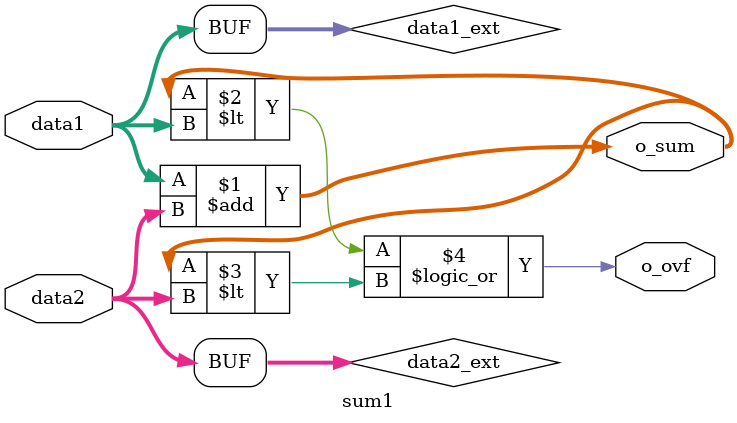
<source format=v>
`timescale 1ns / 1ps


module sum1
    #(    
    parameter NB_data1 = 3,
    parameter NB_data2 = 3
    )
    (
    input [NB_data1-1:0] data1,
    input [NB_data2-1:0] data2,
    output [NB_Sum-1:0] o_sum,
    output o_ovf
    );
    //Parametros locales
    localparam NB_Sum = (NB_data1 > NB_data2)? NB_data1 : NB_data2;
    // Lógica
    wire [NB_Sum-1 : 0] data1_ext;
    wire [NB_Sum-1 : 0] data2_ext;
    
    assign data1_ext = {{(NB_Sum-NB_data1){1'b0}}, data1};
    assign data2_ext = {{(NB_Sum-NB_data2){1'b0}}, data2};
    
    assign o_sum = data1_ext+data2_ext;
    assign o_ovf = (o_sum < data1_ext) || (o_sum < data2_ext);
    
endmodule

</source>
